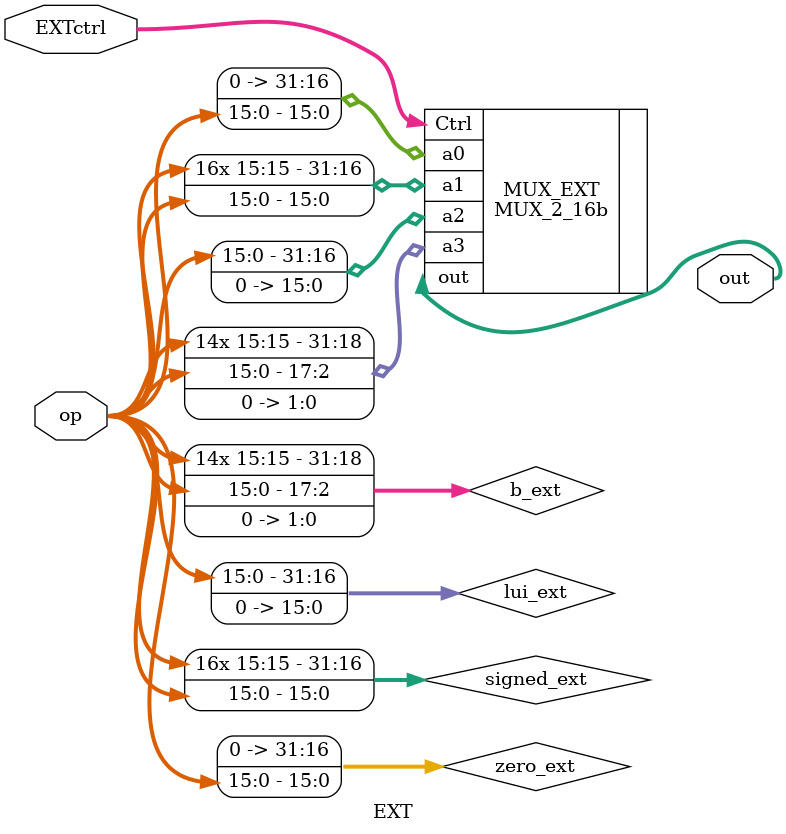
<source format=v>
module EXT(op,out,EXTctrl);
input [15:0] op;
input [1:0] EXTctrl;
output [31:0] out;
wire [31:0] zero_ext,signed_ext,lui_ext,b_ext;
	assign zero_ext = {16'b0,op};
	assign signed_ext = {{16{op[15]}},op};
	assign lui_ext = {op,16'b0};
	assign b_ext = {{14{op[15]}},op,2'b0};

	MUX_2_16b MUX_EXT(
	.a0(zero_ext),
	.a1(signed_ext),
	.a2(lui_ext),
	.a3(b_ext),
	.Ctrl(EXTctrl),
	.out(out)
	);
endmodule
</source>
